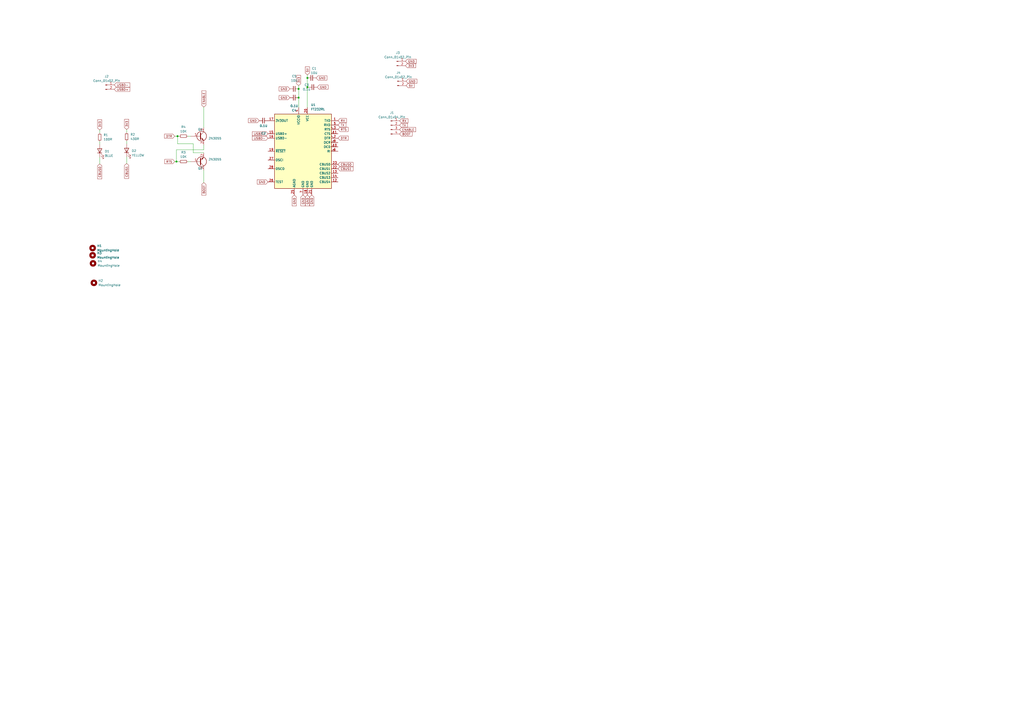
<source format=kicad_sch>
(kicad_sch (version 20231120) (generator "eeschema") (generator_version "8.0")
  (paper "A2")
  (lib_symbols
    (symbol "Connector:Conn_01x02_Pin" (pin_names (offset 1.016) hide)
      (property "Reference" "J" (at 0 2.54 0))
      (property "Value" "Conn_01x02_Pin" (at 0 -5.08 0))
      (symbol "Conn_01x02_Pin_1_1"
        (polyline (pts (xy 1.27 -2.54) (xy 0.8636 -2.54)) (stroke (width 0.1524)))
        (polyline (pts (xy 1.27 0) (xy 0.8636 0)) (stroke (width 0.1524)))
        (rectangle (start 0.8636 -2.413) (end 0 -2.667) (stroke (width 0.1524)) (fill (type outline)))
        (rectangle (start 0.8636 0.127) (end 0 -0.127) (stroke (width 0.1524)) (fill (type outline)))
        (pin passive line (at 5.08 0 180) (length 3.81) (name "Pin_1") (number "1"))
        (pin passive line (at 5.08 -2.54 180) (length 3.81) (name "Pin_2") (number "2"))
      )
    )
    (symbol "Connector:Conn_01x04_Pin" (pin_names (offset 1.016) hide)
      (property "Reference" "J" (at 0 5.08 0))
      (property "Value" "Conn_01x04_Pin" (at 0 -7.62 0))
      (symbol "Conn_01x04_Pin_1_1"
        (polyline (pts (xy 1.27 -5.08) (xy 0.8636 -5.08)) (stroke (width 0.1524)))
        (polyline (pts (xy 1.27 -2.54) (xy 0.8636 -2.54)) (stroke (width 0.1524)))
        (polyline (pts (xy 1.27 0) (xy 0.8636 0)) (stroke (width 0.1524)))
        (polyline (pts (xy 1.27 2.54) (xy 0.8636 2.54)) (stroke (width 0.1524)))
        (rectangle (start 0.8636 -4.953) (end 0 -5.207) (stroke (width 0.1524)) (fill (type outline)))
        (rectangle (start 0.8636 -2.413) (end 0 -2.667) (stroke (width 0.1524)) (fill (type outline)))
        (rectangle (start 0.8636 0.127) (end 0 -0.127) (stroke (width 0.1524)) (fill (type outline)))
        (rectangle (start 0.8636 2.667) (end 0 2.413) (stroke (width 0.1524)) (fill (type outline)))
        (pin passive line (at 5.08 2.54 180) (length 3.81) (name "Pin_1") (number "1"))
        (pin passive line (at 5.08 0 180) (length 3.81) (name "Pin_2") (number "2"))
        (pin passive line (at 5.08 -2.54 180) (length 3.81) (name "Pin_3") (number "3"))
        (pin passive line (at 5.08 -5.08 180) (length 3.81) (name "Pin_4") (number "4"))
      )
    )
    (symbol "Device:C_Small" (pin_numbers hide) (pin_names (offset 0.254) hide)
      (property "Reference" "C" (at 0.254 1.778 0))
      (property "Value" "C_Small" (at 0.254 -2.032 0))
      (symbol "C_Small_0_1"
        (polyline (pts (xy -1.524 -0.508) (xy 1.524 -0.508)) (stroke (width 0.3302)))
        (polyline (pts (xy -1.524 0.508) (xy 1.524 0.508)) (stroke (width 0.3048)))
      )
      (symbol "C_Small_1_1"
        (pin passive line (at 0 2.54 270) (length 2.032) (name "~") (number "1"))
        (pin passive line (at 0 -2.54 90) (length 2.032) (name "~") (number "2"))
      )
    )
    (symbol "Device:LED" (pin_numbers hide) (pin_names (offset 1.016) hide)
      (property "Reference" "D" (at 0 2.54 0))
      (property "Value" "LED" (at 0 -2.54 0))
      (symbol "LED_0_1"
        (polyline (pts (xy -1.27 -1.27) (xy -1.27 1.27)) (stroke (width 0.254)))
        (polyline (pts (xy -1.27 0) (xy 1.27 0)))
        (polyline (pts (xy 1.27 -1.27) (xy 1.27 1.27) (xy -1.27 0) (xy 1.27 -1.27)) (stroke (width 0.254)))
        (polyline (pts (xy -3.048 -0.762) (xy -4.572 -2.286) (xy -3.81 -2.286) (xy -4.572 -2.286) (xy -4.572 -1.524)))
        (polyline (pts (xy -1.778 -0.762) (xy -3.302 -2.286) (xy -2.54 -2.286) (xy -3.302 -2.286) (xy -3.302 -1.524)))
      )
      (symbol "LED_1_1"
        (pin passive line (at -3.81 0 0) (length 2.54) (name "K") (number "1"))
        (pin passive line (at 3.81 0 180) (length 2.54) (name "A") (number "2"))
      )
    )
    (symbol "Device:R_Small" (pin_numbers hide) (pin_names (offset 0.254) hide)
      (property "Reference" "R" (at 0.762 0.508 0))
      (property "Value" "R_Small" (at 0.762 -1.016 0))
      (symbol "R_Small_0_1"
        (rectangle (start -0.762 1.778) (end 0.762 -1.778) (stroke (width 0.2032)))
      )
      (symbol "R_Small_1_1"
        (pin passive line (at 0 2.54 270) (length 0.762) (name "~") (number "1"))
        (pin passive line (at 0 -2.54 90) (length 0.762) (name "~") (number "2"))
      )
    )
    (symbol "Interface_USB:FT232RL"
      (property "Reference" "U" (at -16.51 22.86 0))
      (property "Value" "FT232RL" (at 10.16 22.86 0))
      (symbol "FT232RL_0_1"
        (rectangle (start -16.51 21.59) (end 16.51 -21.59) (stroke (width 0.254)) (fill (type background)))
      )
      (symbol "FT232RL_1_1"
        (pin output line (at 20.32 17.78 180) (length 3.81) (name "TXD") (number "1"))
        (pin input input_low (at 20.32 2.54 180) (length 3.81) (name "DCD") (number "10"))
        (pin input input_low (at 20.32 10.16 180) (length 3.81) (name "CTS") (number "11"))
        (pin bidirectional line (at 20.32 -17.78 180) (length 3.81) (name "CBUS4") (number "12"))
        (pin bidirectional line (at 20.32 -12.7 180) (length 3.81) (name "CBUS2") (number "13"))
        (pin bidirectional line (at 20.32 -15.24 180) (length 3.81) (name "CBUS3") (number "14"))
        (pin bidirectional line (at -20.32 10.16 0) (length 3.81) (name "USBD+") (number "15"))
        (pin bidirectional line (at -20.32 7.62 0) (length 3.81) (name "USBD-") (number "16"))
        (pin power_out line (at -20.32 17.78 0) (length 3.81) (name "3V3OUT") (number "17"))
        (pin power_in line (at 2.54 -25.4 90) (length 3.81) (name "GND") (number "18"))
        (pin input line (at -20.32 0 0) (length 3.81) (name "~{RESET}") (number "19"))
        (pin output output_low (at 20.32 7.62 180) (length 3.81) (name "DTR") (number "2"))
        (pin power_in line (at 2.54 25.4 270) (length 3.81) (name "VCC") (number "20"))
        (pin power_in line (at 5.08 -25.4 90) (length 3.81) (name "GND") (number "21"))
        (pin bidirectional line (at 20.32 -10.16 180) (length 3.81) (name "CBUS1") (number "22"))
        (pin bidirectional line (at 20.32 -7.62 180) (length 3.81) (name "CBUS0") (number "23"))
        (pin power_in line (at -5.08 -25.4 90) (length 3.81) (name "AGND") (number "25"))
        (pin input line (at -20.32 -17.78 0) (length 3.81) (name "TEST") (number "26"))
        (pin input line (at -20.32 -5.08 0) (length 3.81) (name "OSCI") (number "27"))
        (pin output line (at -20.32 -10.16 0) (length 3.81) (name "OSCO") (number "28"))
        (pin output output_low (at 20.32 12.7 180) (length 3.81) (name "RTS") (number "3"))
        (pin power_in line (at -2.54 25.4 270) (length 3.81) (name "VCCIO") (number "4"))
        (pin input line (at 20.32 15.24 180) (length 3.81) (name "RXD") (number "5"))
        (pin input input_low (at 20.32 0 180) (length 3.81) (name "RI") (number "6"))
        (pin power_in line (at 0 -25.4 90) (length 3.81) (name "GND") (number "7"))
        (pin input input_low (at 20.32 5.08 180) (length 3.81) (name "DCR") (number "9"))
      )
    )
    (symbol "Mechanical:MountingHole" (pin_names (offset 1.016))
      (property "Reference" "H" (at 0 5.08 0))
      (property "Value" "MountingHole" (at 0 3.175 0))
      (symbol "MountingHole_0_1"
        (circle (center 0 0) (radius 1.27) (stroke (width 1.27)))
      )
    )
    (symbol "Transistor_BJT:2N3055" (pin_names (offset 0) hide)
      (property "Reference" "Q" (at 5.08 1.905 0))
      (property "Value" "2N3055" (at 5.08 0 0))
      (symbol "2N3055_0_1"
        (polyline (pts (xy 0.635 0.635) (xy 2.54 2.54)))
        (polyline (pts (xy 0.635 -0.635) (xy 2.54 -2.54) (xy 2.54 -2.54)))
        (polyline (pts (xy 0.635 1.905) (xy 0.635 -1.905) (xy 0.635 -1.905)) (stroke (width 0.508)))
        (polyline (pts (xy 1.27 -1.778) (xy 1.778 -1.27) (xy 2.286 -2.286) (xy 1.27 -1.778) (xy 1.27 -1.778)) (fill (type outline)))
        (circle (center 1.27 0) (radius 2.8194) (stroke (width 0.254)))
      )
      (symbol "2N3055_1_1"
        (pin input line (at -5.08 0 0) (length 5.715) (name "B") (number "1"))
        (pin passive line (at 2.54 -5.08 90) (length 2.54) (name "E") (number "2"))
        (pin passive line (at 2.54 5.08 270) (length 2.54) (name "C") (number "3"))
      )
    )
  )
  (junction (at 102.362 93.726))
  (junction (at 178.308 50.546))
  (junction (at 178.308 45.212))
  (junction (at 173.228 51.562))
  (junction (at 173.228 56.642))
  (junction (at 102.997 78.994))
  (wire (pts (xy 73.4622 94.8235) (xy 73.4622 91.0135)))
  (wire (pts (xy 112.141 88.646) (xy 112.141 83.439)))
  (wire (pts (xy 178.943 50.546) (xy 178.308 50.546)))
  (wire (pts (xy 57.8412 77.0435) (xy 57.8412 75.3925)))
  (wire (pts (xy 173.228 51.562) (xy 173.228 56.642)))
  (wire (pts (xy 73.4622 83.3935) (xy 73.4622 81.8695)))
  (wire (pts (xy 57.8412 95.0775) (xy 57.8412 91.2675)))
  (wire (pts (xy 57.8412 83.6475) (xy 57.8412 82.1235)))
  (wire (pts (xy 102.362 86.868) (xy 118.237 86.868)))
  (wire (pts (xy 118.237 62.103) (xy 118.237 73.914)))
  (wire (pts (xy 102.997 78.994) (xy 103.886 78.994)))
  (wire (pts (xy 108.966 78.994) (xy 110.617 78.994)))
  (wire (pts (xy 173.228 49.657) (xy 173.228 51.562)))
  (wire (pts (xy 102.997 78.994) (xy 102.997 83.439)))
  (wire (pts (xy 73.4622 76.7895) (xy 73.4622 75.1385)))
  (wire (pts (xy 118.237 84.074) (xy 118.237 86.868)))
  (wire (pts (xy 102.362 93.726) (xy 103.886 93.726)))
  (wire (pts (xy 178.308 50.546) (xy 178.308 62.357)))
  (wire (pts (xy 101.346 93.726) (xy 102.362 93.726)))
  (wire (pts (xy 102.362 86.868) (xy 102.362 93.726)))
  (wire (pts (xy 101.346 78.994) (xy 102.997 78.994)))
  (wire (pts (xy 173.228 56.642) (xy 173.228 62.357)))
  (wire (pts (xy 178.308 45.212) (xy 178.308 50.546)))
  (wire (pts (xy 178.308 43.434) (xy 178.308 45.212)))
  (wire (pts (xy 118.237 98.806) (xy 118.237 105.918)))
  (wire (pts (xy 102.997 83.439) (xy 112.141 83.439)))
  (wire (pts (xy 118.237 88.646) (xy 112.141 88.646)))
  (wire (pts (xy 108.966 93.726) (xy 110.617 93.726)))
  (global_label "GND" (shape input) (at 170.688 113.157 270) (property "Intersheetrefs" "${INTERSHEET_REFS}" (effects (hide yes))))
  (global_label "GND" (shape input) (at 235.585 47.117 0) (property "Intersheetrefs" "${INTERSHEET_REFS}" (effects (hide yes))))
  (global_label "DTR" (shape input) (at 101.346 78.994 180) (property "Intersheetrefs" "${INTERSHEET_REFS}" (effects (hide yes))))
  (global_label "CBUS1" (shape input) (at 196.088 97.917 0) (property "Intersheetrefs" "${INTERSHEET_REFS}" (effects (hide yes))))
  (global_label "RX" (shape input) (at 196.088 69.977 0) (property "Intersheetrefs" "${INTERSHEET_REFS}" (effects (hide yes))))
  (global_label "3V3" (shape input) (at 173.228 49.657 90) (property "Intersheetrefs" "${INTERSHEET_REFS}" (effects (hide yes))))
  (global_label "GND" (shape input) (at 183.388 45.212 0) (property "Intersheetrefs" "${INTERSHEET_REFS}" (effects (hide yes))))
  (global_label "RTS" (shape input) (at 101.346 93.726 180) (property "Intersheetrefs" "${INTERSHEET_REFS}" (effects (hide yes))))
  (global_label "GND" (shape input) (at 155.448 105.537 180) (property "Intersheetrefs" "${INTERSHEET_REFS}" (effects (hide yes))))
  (global_label "GND" (shape input) (at 235.204 35.56 0) (property "Intersheetrefs" "${INTERSHEET_REFS}" (effects (hide yes))))
  (global_label "ENABLE" (shape input) (at 118.237 62.103 90) (property "Intersheetrefs" "${INTERSHEET_REFS}" (effects (hide yes))))
  (global_label "5V" (shape input) (at 178.308 43.434 90) (property "Intersheetrefs" "${INTERSHEET_REFS}" (effects (hide yes))))
  (global_label "RTS" (shape input) (at 196.088 75.057 0) (property "Intersheetrefs" "${INTERSHEET_REFS}" (effects (hide yes))))
  (global_label "3V3" (shape input) (at 73.4622 75.1385 90) (property "Intersheetrefs" "${INTERSHEET_REFS}" (effects (hide yes))))
  (global_label "TX" (shape input) (at 196.088 72.517 0) (property "Intersheetrefs" "${INTERSHEET_REFS}" (effects (hide yes))))
  (global_label "BOOT" (shape input) (at 231.775 77.724 0) (property "Intersheetrefs" "${INTERSHEET_REFS}" (effects (hide yes))))
  (global_label "CBUS1" (shape input) (at 73.4622 94.8235 270) (property "Intersheetrefs" "${INTERSHEET_REFS}" (effects (hide yes))))
  (global_label "GND" (shape input) (at 175.768 113.157 270) (property "Intersheetrefs" "${INTERSHEET_REFS}" (effects (hide yes))))
  (global_label "GND" (shape input) (at 178.308 113.157 270) (property "Intersheetrefs" "${INTERSHEET_REFS}" (effects (hide yes))))
  (global_label "TX" (shape input) (at 231.775 72.644 0) (property "Intersheetrefs" "${INTERSHEET_REFS}" (effects (hide yes))))
  (global_label "3V3" (shape input) (at 235.204 38.1 0) (property "Intersheetrefs" "${INTERSHEET_REFS}" (effects (hide yes))))
  (global_label "5V" (shape input) (at 235.585 49.657 0) (property "Intersheetrefs" "${INTERSHEET_REFS}" (effects (hide yes))))
  (global_label "GND" (shape input) (at 184.023 50.546 0) (property "Intersheetrefs" "${INTERSHEET_REFS}" (effects (hide yes))))
  (global_label "GND" (shape input) (at 168.148 51.562 180) (property "Intersheetrefs" "${INTERSHEET_REFS}" (effects (hide yes))))
  (global_label "3V3" (shape input) (at 57.8412 75.3925 90) (property "Intersheetrefs" "${INTERSHEET_REFS}" (effects (hide yes))))
  (global_label "BOOT" (shape input) (at 118.237 105.918 270) (property "Intersheetrefs" "${INTERSHEET_REFS}" (effects (hide yes))))
  (global_label "GND" (shape input) (at 150.368 69.977 180) (property "Intersheetrefs" "${INTERSHEET_REFS}" (effects (hide yes))))
  (global_label "USBD-" (shape input) (at 66.294 49.276 0) (property "Intersheetrefs" "${INTERSHEET_REFS}" (effects (hide yes))))
  (global_label "CBUS0" (shape input) (at 196.088 95.377 0) (property "Intersheetrefs" "${INTERSHEET_REFS}" (effects (hide yes))))
  (global_label "DTR" (shape input) (at 196.088 80.137 0) (property "Intersheetrefs" "${INTERSHEET_REFS}" (effects (hide yes))))
  (global_label "CBUS0" (shape input) (at 57.8412 95.0775 270) (property "Intersheetrefs" "${INTERSHEET_REFS}" (effects (hide yes))))
  (global_label "GND" (shape input) (at 180.848 113.157 270) (property "Intersheetrefs" "${INTERSHEET_REFS}" (effects (hide yes))))
  (global_label "USBD+" (shape input) (at 66.294 51.816 0) (property "Intersheetrefs" "${INTERSHEET_REFS}" (effects (hide yes))))
  (global_label "RX" (shape input) (at 231.775 70.104 0) (property "Intersheetrefs" "${INTERSHEET_REFS}" (effects (hide yes))))
  (global_label "ENABLE" (shape input) (at 231.775 75.184 0) (property "Intersheetrefs" "${INTERSHEET_REFS}" (effects (hide yes))))
  (global_label "GND" (shape input) (at 168.148 56.642 180) (property "Intersheetrefs" "${INTERSHEET_REFS}" (effects (hide yes))))
  (global_label "USBD-" (shape input) (at 155.448 80.137 180) (property "Intersheetrefs" "${INTERSHEET_REFS}" (effects (hide yes))))
  (global_label "USBD+" (shape input) (at 155.448 77.597 180) (property "Intersheetrefs" "${INTERSHEET_REFS}" (effects (hide yes))))
  (symbol (lib_id "Device:LED") (at 73.4622 87.2035 90) (unit 1)
    (property "Reference" "D2" (at 76.3832 87.5209 90) (effects (justify right)))
    (property "Value" "YELLOW" (at 76.3832 90.0609 90) (effects (justify right)))
    (property "Footprint" "LED_SMD:LED_0805_2012Metric_Pad1.15x1.40mm_HandSolder" (effects (hide yes)))
    (property "LCSC" "XL-1608UBC-04" (effects (hide yes)))
  )
  (symbol (lib_id "Mechanical:MountingHole") (at 53.975 152.781 0) (unit 1)
    (property "Reference" "H4" (at 56.515 151.5109 0) (effects (justify left)))
    (property "Value" "MountingHole" (at 56.515 154.0509 0) (effects (justify left)))
    (property "Footprint" "MountingHole:MountingHole_3.2mm_M3" (effects (hide yes)))
  )
  (symbol (lib_id "Transistor_BJT:2N3055") (at 115.697 78.994 0) (unit 1)
    (property "Reference" "Q1" (at 114.808 75.057 0) (effects (justify left)))
    (property "Value" "2N3055" (at 120.904 80.2639 0) (effects (justify left)))
    (property "Footprint" "Package_TO_SOT_SMD:TSOT-23" (effects (hide yes)))
    (property "Datasheet" "http://www.onsemi.com/pub_link/Collateral/2N3055-D.PDF" (effects (hide yes)))
  )
  (symbol (lib_id "Device:R_Small") (at 57.8412 79.5835 0) (unit 1)
    (property "Reference" "R1" (at 60.0002 78.3134 0) (effects (justify left)))
    (property "Value" "100R" (at 60.0002 80.8534 0) (effects (justify left)))
    (property "Footprint" "Resistor_SMD:R_0603_1608Metric_Pad0.98x0.95mm_HandSolder" (effects (hide yes)))
  )
  (symbol (lib_id "Interface_USB:FT232RL") (at 175.768 87.757 0) (unit 1)
    (property "Reference" "U1" (at 180.3274 60.833 0) (effects (justify left)))
    (property "Value" "FT232RL" (at 180.3274 63.373 0) (effects (justify left)))
    (property "Footprint" "Package_SO:SSOP-28_5.3x10.2mm_P0.65mm" (effects (hide yes)))
    (property "Datasheet" "https://www.ftdichip.com/Support/Documents/DataSheets/ICs/DS_FT232R.pdf" (effects (hide yes)))
  )
  (symbol (lib_id "Device:R_Small") (at 73.4622 79.3295 0) (unit 1)
    (property "Reference" "R2" (at 75.6212 78.0594 0) (effects (justify left)))
    (property "Value" "430R" (at 75.6212 80.5994 0) (effects (justify left)))
    (property "Footprint" "Resistor_SMD:R_0603_1608Metric_Pad0.98x0.95mm_HandSolder" (effects (hide yes)))
  )
  (symbol (lib_id "Connector:Conn_01x02_Pin") (at 61.214 49.276 0) (unit 1)
    (property "Reference" "J2" (at 61.849 44.323 0))
    (property "Value" "Conn_01x02_Pin" (at 61.849 46.863 0))
    (property "Footprint" "Connector_JST:JST_PH_B2B-PH-K_1x02_P2.00mm_Vertical" (effects (hide yes)))
  )
  (symbol (lib_id "Device:C_Small") (at 170.688 56.642 270) (unit 1)
    (property "Reference" "C4" (at 170.6817 64.008 90))
    (property "Value" "0.1U" (at 170.6817 61.468 90))
    (property "Footprint" "Capacitor_SMD:C_0805_2012Metric_Pad1.18x1.45mm_HandSolder" (effects (hide yes)))
  )
  (symbol (lib_id "Transistor_BJT:2N3055") (at 115.697 93.726 0) (mirror x) (unit 1)
    (property "Reference" "Q2" (at 114.808 97.663 0) (effects (justify left)))
    (property "Value" "2N3055" (at 120.904 92.4561 0) (effects (justify left)))
    (property "Footprint" "Package_TO_SOT_SMD:TSOT-23" (effects (hide yes)))
    (property "Datasheet" "http://www.onsemi.com/pub_link/Collateral/2N3055-D.PDF" (effects (hide yes)))
  )
  (symbol (lib_id "Device:C_Small") (at 170.688 51.562 270) (unit 1)
    (property "Reference" "C5" (at 170.6816 44.196 90))
    (property "Value" "10U" (at 170.6816 46.736 90))
    (property "Footprint" "Capacitor_SMD:C_1206_3216Metric_Pad1.33x1.80mm_HandSolder" (effects (hide yes)))
  )
  (symbol (lib_id "Mechanical:MountingHole") (at 53.721 148.082 0) (unit 1)
    (property "Reference" "H3" (at 56.261 146.8119 0) (effects (justify left)))
    (property "Value" "MountingHole" (at 56.261 149.3519 0) (effects (justify left)))
    (property "Footprint" "MountingHole:MountingHole_3.2mm_M3" (effects (hide yes)))
  )
  (symbol (lib_id "Device:R_Small") (at 106.426 78.994 90) (unit 1)
    (property "Reference" "R4" (at 106.426 73.66 90))
    (property "Value" "10K" (at 106.426 76.2 90))
    (property "Footprint" "Resistor_SMD:R_0603_1608Metric_Pad0.98x0.95mm_HandSolder" (effects (hide yes)))
  )
  (symbol (lib_id "Device:C_Small") (at 181.483 50.546 90) (unit 1)
    (property "Reference" "C3" (at 177.927 49.276 90))
    (property "Value" "0.1U" (at 177.927 51.816 90))
    (property "Footprint" "Capacitor_SMD:C_0805_2012Metric_Pad1.18x1.45mm_HandSolder" (effects (hide yes)))
  )
  (symbol (lib_id "Mechanical:MountingHole") (at 53.721 143.891 0) (unit 1)
    (property "Reference" "H1" (at 56.261 142.6209 0) (effects (justify left)))
    (property "Value" "MountingHole" (at 56.261 145.1609 0) (effects (justify left)))
    (property "Footprint" "MountingHole:MountingHole_3.2mm_M3" (effects (hide yes)))
  )
  (symbol (lib_id "Connector:Conn_01x02_Pin") (at 230.124 35.56 0) (unit 1)
    (property "Reference" "J3" (at 230.759 30.607 0))
    (property "Value" "Conn_01x02_Pin" (at 230.759 33.147 0))
    (property "Footprint" "Connector_JST:JST_PH_B2B-PH-K_1x02_P2.00mm_Vertical" (effects (hide yes)))
  )
  (symbol (lib_id "Mechanical:MountingHole") (at 54.483 164.084 0) (unit 1)
    (property "Reference" "H2" (at 57.023 162.8139 0) (effects (justify left)))
    (property "Value" "MountingHole" (at 57.023 165.3539 0) (effects (justify left)))
    (property "Footprint" "MountingHole:MountingHole_3.2mm_M3" (effects (hide yes)))
  )
  (symbol (lib_id "Device:C_Small") (at 180.848 45.212 90) (unit 1)
    (property "Reference" "C1" (at 182.245 39.751 90))
    (property "Value" "10U" (at 182.245 42.291 90))
    (property "Footprint" "Capacitor_SMD:C_1206_3216Metric_Pad1.33x1.80mm_HandSolder" (effects (hide yes)))
  )
  (symbol (lib_id "Connector:Conn_01x04_Pin") (at 226.695 72.644 0) (unit 1)
    (property "Reference" "J1" (at 227.33 65.405 0))
    (property "Value" "Conn_01x04_Pin" (at 227.33 67.945 0))
    (property "Footprint" "Connector_JST:JST_PH_B4B-PH-K_1x04_P2.00mm_Vertical" (effects (hide yes)))
  )
  (symbol (lib_id "Device:LED") (at 57.8412 87.4575 90) (unit 1)
    (property "Reference" "D1" (at 60.7622 87.7749 90) (effects (justify right)))
    (property "Value" "BLUE" (at 60.7622 90.3149 90) (effects (justify right)))
    (property "Footprint" "LED_SMD:LED_0805_2012Metric_Pad1.15x1.40mm_HandSolder" (effects (hide yes)))
    (property "LCSC" "XL-1608UBC-04" (effects (hide yes)))
  )
  (symbol (lib_id "Device:R_Small") (at 106.426 93.726 90) (unit 1)
    (property "Reference" "R3" (at 106.426 88.392 90))
    (property "Value" "10K" (at 106.426 90.932 90))
    (property "Footprint" "Resistor_SMD:R_0603_1608Metric_Pad0.98x0.95mm_HandSolder" (effects (hide yes)))
  )
  (symbol (lib_id "Connector:Conn_01x02_Pin") (at 230.505 47.117 0) (unit 1)
    (property "Reference" "J4" (at 231.14 42.164 0))
    (property "Value" "Conn_01x02_Pin" (at 231.14 44.704 0))
    (property "Footprint" "Connector_JST:JST_PH_B2B-PH-K_1x02_P2.00mm_Vertical" (effects (hide yes)))
  )
  (symbol (lib_id "Device:C_Small") (at 152.908 69.977 270) (unit 1)
    (property "Reference" "C2" (at 152.9017 77.343 90))
    (property "Value" "0.1U" (at 152.908 73.025 90))
    (property "Footprint" "Capacitor_SMD:C_0805_2012Metric_Pad1.18x1.45mm_HandSolder" (effects (hide yes)))
  )
)
</source>
